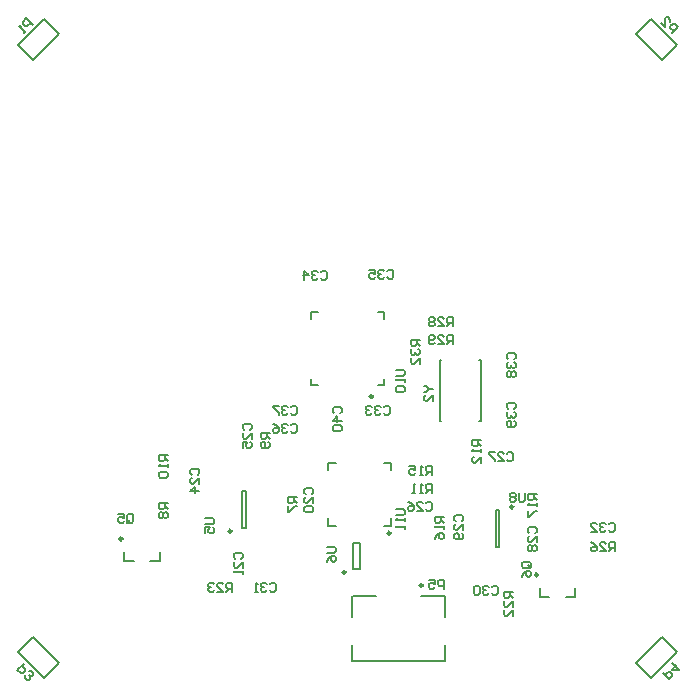
<source format=gbo>
G04 Layer_Color=32896*
%FSLAX25Y25*%
%MOIN*%
G70*
G01*
G75*
%ADD37C,0.00800*%
%ADD82C,0.00984*%
%ADD83C,0.00787*%
%ADD84C,0.00500*%
D37*
X186500Y95612D02*
Y102728D01*
X186646Y81043D02*
X217354D01*
X186646Y102728D02*
X194500D01*
X209500D02*
X217354D01*
X186500Y81045D02*
Y86108D01*
X217500Y81045D02*
Y86108D01*
Y95612D02*
Y102728D01*
D82*
X109906Y121626D02*
G03*
X109906Y121626I-492J0D01*
G01*
X146268Y124216D02*
G03*
X146268Y124216I-492J0D01*
G01*
X184260Y110488D02*
G03*
X184260Y110488I-492J0D01*
G01*
X248406Y109626D02*
G03*
X248406Y109626I-492J0D01*
G01*
X240216Y132283D02*
G03*
X240216Y132283I-492J0D01*
G01*
X209992Y106092D02*
G03*
X209992Y106092I-492J0D01*
G01*
X193366Y169055D02*
G03*
X193366Y169055I-492J0D01*
G01*
X199335Y123508D02*
G03*
X199335Y123508I-492J0D01*
G01*
D83*
X80232Y88779D02*
X88779Y80232D01*
X75221Y83768D02*
X80232Y88779D01*
X75221Y83768D02*
X83768Y75221D01*
X88779Y80232D01*
X281221D02*
X289768Y88779D01*
X281221Y80232D02*
X286232Y75221D01*
X294779Y83768D01*
X289768Y88779D02*
X294779Y83768D01*
X281221Y289768D02*
X289768Y281221D01*
X294779Y286232D01*
X286232Y294779D02*
X294779Y286232D01*
X281221Y289768D02*
X286232Y294779D01*
X80232Y281221D02*
X88779Y289768D01*
X83768Y294779D02*
X88779Y289768D01*
X75221Y286232D02*
X83768Y294779D01*
X75221Y286232D02*
X80232Y281221D01*
X110594Y114244D02*
Y117394D01*
Y114244D02*
X113744D01*
X122406D02*
Y117394D01*
X119256Y114244D02*
X122406D01*
X149909Y125398D02*
X151091D01*
X149909Y137602D02*
X151091D01*
X149909Y125398D02*
Y137602D01*
X151091Y125398D02*
Y137602D01*
X189181Y111669D02*
Y120331D01*
X186819Y111669D02*
Y120331D01*
X189181D01*
X186819Y111669D02*
X189181D01*
X249095Y102244D02*
Y105394D01*
Y102244D02*
X252244D01*
X260906D02*
Y105394D01*
X257756Y102244D02*
X260906D01*
X234409Y131102D02*
X235591D01*
X234409Y118898D02*
X235591D01*
Y131102D01*
X234409Y118898D02*
Y131102D01*
X215610Y160764D02*
Y181236D01*
X229390Y160764D02*
Y181236D01*
X215610D02*
X216201D01*
X215610Y160764D02*
X216201D01*
X228799Y181236D02*
X229390D01*
X228799Y160764D02*
X229390D01*
X195039Y172795D02*
X197205D01*
Y174961D01*
X172795Y172795D02*
X174961D01*
X172795D02*
Y174961D01*
Y197205D02*
X174961D01*
X172795Y195039D02*
Y197205D01*
X195039D02*
X197205D01*
Y195039D02*
Y197205D01*
X178567Y126067D02*
Y128528D01*
Y126067D02*
X181028D01*
X178567Y144472D02*
Y146933D01*
X181028D01*
X196972D02*
X199433D01*
Y144472D02*
Y146933D01*
Y126067D02*
Y128528D01*
X196972Y126067D02*
X199433D01*
D84*
X201001Y131500D02*
X203500D01*
X204000Y131000D01*
Y130000D01*
X203500Y129501D01*
X201001D01*
X204000Y128501D02*
Y127501D01*
Y128001D01*
X201001D01*
X201501Y128501D01*
X204000Y126002D02*
Y125002D01*
Y125502D01*
X201001D01*
X201501Y126002D01*
X201001Y178000D02*
X203500D01*
X204000Y177500D01*
Y176500D01*
X203500Y176001D01*
X201001D01*
X204000Y175001D02*
Y174001D01*
Y174501D01*
X201001D01*
X201501Y175001D01*
Y172502D02*
X201001Y172002D01*
Y171002D01*
X201501Y170502D01*
X203500D01*
X204000Y171002D01*
Y172002D01*
X203500Y172502D01*
X201501D01*
X244000Y136999D02*
Y134500D01*
X243500Y134000D01*
X242500D01*
X242001Y134500D01*
Y136999D01*
X241001Y136499D02*
X240501Y136999D01*
X239502D01*
X239002Y136499D01*
Y135999D01*
X239502Y135500D01*
X239002Y135000D01*
Y134500D01*
X239502Y134000D01*
X240501D01*
X241001Y134500D01*
Y135000D01*
X240501Y135500D01*
X241001Y135999D01*
Y136499D01*
X240501Y135500D02*
X239502D01*
X178001Y119000D02*
X180500D01*
X181000Y118500D01*
Y117500D01*
X180500Y117001D01*
X178001D01*
Y114002D02*
X178501Y115001D01*
X179500Y116001D01*
X180500D01*
X181000Y115501D01*
Y114501D01*
X180500Y114002D01*
X180000D01*
X179500Y114501D01*
Y116001D01*
X137501Y128500D02*
X140000D01*
X140500Y128000D01*
Y127000D01*
X140000Y126501D01*
X137501D01*
Y123502D02*
Y125501D01*
X139000D01*
X138501Y124501D01*
Y124001D01*
X139000Y123502D01*
X140000D01*
X140500Y124001D01*
Y125001D01*
X140000Y125501D01*
X209000Y188000D02*
X206001D01*
Y186501D01*
X206501Y186001D01*
X207501D01*
X208000Y186501D01*
Y188000D01*
Y187000D02*
X209000Y186001D01*
X206501Y185001D02*
X206001Y184501D01*
Y183501D01*
X206501Y183002D01*
X207001D01*
X207501Y183501D01*
Y184001D01*
Y183501D01*
X208000Y183002D01*
X208500D01*
X209000Y183501D01*
Y184501D01*
X208500Y185001D01*
X209000Y180003D02*
Y182002D01*
X207001Y180003D01*
X206501D01*
X206001Y180502D01*
Y181502D01*
X206501Y182002D01*
X220000Y186500D02*
Y189499D01*
X218500D01*
X218001Y188999D01*
Y187999D01*
X218500Y187500D01*
X220000D01*
X219000D02*
X218001Y186500D01*
X215002D02*
X217001D01*
X215002Y188499D01*
Y188999D01*
X215501Y189499D01*
X216501D01*
X217001Y188999D01*
X214002Y187000D02*
X213502Y186500D01*
X212502D01*
X212003Y187000D01*
Y188999D01*
X212502Y189499D01*
X213502D01*
X214002Y188999D01*
Y188499D01*
X213502Y187999D01*
X212003D01*
X220000Y192500D02*
Y195499D01*
X218500D01*
X218001Y194999D01*
Y194000D01*
X218500Y193500D01*
X220000D01*
X219000D02*
X218001Y192500D01*
X215002D02*
X217001D01*
X215002Y194499D01*
Y194999D01*
X215501Y195499D01*
X216501D01*
X217001Y194999D01*
X214002D02*
X213502Y195499D01*
X212502D01*
X212003Y194999D01*
Y194499D01*
X212502Y194000D01*
X212003Y193500D01*
Y193000D01*
X212502Y192500D01*
X213502D01*
X214002Y193000D01*
Y193500D01*
X213502Y194000D01*
X214002Y194499D01*
Y194999D01*
X213502Y194000D02*
X212502D01*
X274000Y117500D02*
Y120499D01*
X272500D01*
X272001Y119999D01*
Y119000D01*
X272500Y118500D01*
X274000D01*
X273000D02*
X272001Y117500D01*
X269002D02*
X271001D01*
X269002Y119499D01*
Y119999D01*
X269501Y120499D01*
X270501D01*
X271001Y119999D01*
X266003Y120499D02*
X267002Y119999D01*
X268002Y119000D01*
Y118000D01*
X267502Y117500D01*
X266502D01*
X266003Y118000D01*
Y118500D01*
X266502Y119000D01*
X268002D01*
X146500Y104000D02*
Y106999D01*
X145001D01*
X144501Y106499D01*
Y105499D01*
X145001Y105000D01*
X146500D01*
X145500D02*
X144501Y104000D01*
X141502D02*
X143501D01*
X141502Y105999D01*
Y106499D01*
X142001Y106999D01*
X143001D01*
X143501Y106499D01*
X140502D02*
X140002Y106999D01*
X139002D01*
X138503Y106499D01*
Y105999D01*
X139002Y105499D01*
X139502D01*
X139002D01*
X138503Y105000D01*
Y104500D01*
X139002Y104000D01*
X140002D01*
X140502Y104500D01*
X240000Y104000D02*
X237001D01*
Y102500D01*
X237501Y102001D01*
X238500D01*
X239000Y102500D01*
Y104000D01*
Y103000D02*
X240000Y102001D01*
Y99002D02*
Y101001D01*
X238001Y99002D01*
X237501D01*
X237001Y99501D01*
Y100501D01*
X237501Y101001D01*
X240000Y96003D02*
Y98002D01*
X238001Y96003D01*
X237501D01*
X237001Y96502D01*
Y97502D01*
X237501Y98002D01*
X248000Y136500D02*
X245001D01*
Y135001D01*
X245501Y134501D01*
X246500D01*
X247000Y135001D01*
Y136500D01*
Y135500D02*
X248000Y134501D01*
Y133501D02*
Y132501D01*
Y133001D01*
X245001D01*
X245501Y133501D01*
X245001Y131002D02*
Y129002D01*
X245501D01*
X247500Y131002D01*
X248000D01*
X217000Y129000D02*
X214001D01*
Y127500D01*
X214501Y127001D01*
X215500D01*
X216000Y127500D01*
Y129000D01*
Y128000D02*
X217000Y127001D01*
Y126001D02*
Y125001D01*
Y125501D01*
X214001D01*
X214501Y126001D01*
X214001Y121502D02*
X214501Y122502D01*
X215500Y123502D01*
X216500D01*
X217000Y123002D01*
Y122002D01*
X216500Y121502D01*
X216000D01*
X215500Y122002D01*
Y123502D01*
X213000Y143000D02*
Y145999D01*
X211501D01*
X211001Y145499D01*
Y144500D01*
X211501Y144000D01*
X213000D01*
X212000D02*
X211001Y143000D01*
X210001D02*
X209001D01*
X209501D01*
Y145999D01*
X210001Y145499D01*
X205502Y145999D02*
X207502D01*
Y144500D01*
X206502Y144999D01*
X206002D01*
X205502Y144500D01*
Y143500D01*
X206002Y143000D01*
X207002D01*
X207502Y143500D01*
X229500Y154500D02*
X226501D01*
Y153000D01*
X227001Y152501D01*
X228000D01*
X228500Y153000D01*
Y154500D01*
Y153500D02*
X229500Y152501D01*
Y151501D02*
Y150501D01*
Y151001D01*
X226501D01*
X227001Y151501D01*
X229500Y147002D02*
Y149002D01*
X227501Y147002D01*
X227001D01*
X226501Y147502D01*
Y148502D01*
X227001Y149002D01*
X213000Y137000D02*
Y139999D01*
X211501D01*
X211001Y139499D01*
Y138499D01*
X211501Y138000D01*
X213000D01*
X212000D02*
X211001Y137000D01*
X210001D02*
X209001D01*
X209501D01*
Y139999D01*
X210001Y139499D01*
X207502Y137000D02*
X206502D01*
X207002D01*
Y139999D01*
X207502Y139499D01*
X125000Y149500D02*
X122001D01*
Y148001D01*
X122501Y147501D01*
X123501D01*
X124000Y148001D01*
Y149500D01*
Y148500D02*
X125000Y147501D01*
Y146501D02*
Y145501D01*
Y146001D01*
X122001D01*
X122501Y146501D01*
Y144002D02*
X122001Y143502D01*
Y142502D01*
X122501Y142002D01*
X124500D01*
X125000Y142502D01*
Y143502D01*
X124500Y144002D01*
X122501D01*
X159000Y157000D02*
X156001D01*
Y155500D01*
X156501Y155001D01*
X157501D01*
X158000Y155500D01*
Y157000D01*
Y156000D02*
X159000Y155001D01*
X158500Y154001D02*
X159000Y153501D01*
Y152501D01*
X158500Y152002D01*
X156501D01*
X156001Y152501D01*
Y153501D01*
X156501Y154001D01*
X157001D01*
X157501Y153501D01*
Y152002D01*
X125000Y133500D02*
X122001D01*
Y132001D01*
X122501Y131501D01*
X123501D01*
X124000Y132001D01*
Y133500D01*
Y132500D02*
X125000Y131501D01*
X122501Y130501D02*
X122001Y130001D01*
Y129001D01*
X122501Y128502D01*
X123001D01*
X123501Y129001D01*
X124000Y128502D01*
X124500D01*
X125000Y129001D01*
Y130001D01*
X124500Y130501D01*
X124000D01*
X123501Y130001D01*
X123001Y130501D01*
X122501D01*
X123501Y130001D02*
Y129001D01*
X168000Y135500D02*
X165001D01*
Y134001D01*
X165501Y133501D01*
X166500D01*
X167000Y134001D01*
Y135500D01*
Y134500D02*
X168000Y133501D01*
X165001Y132501D02*
Y130502D01*
X165501D01*
X167500Y132501D01*
X168000D01*
X245500Y112001D02*
X243501D01*
X243001Y112501D01*
Y113500D01*
X243501Y114000D01*
X245500D01*
X246000Y113500D01*
Y112501D01*
X245000Y113000D02*
X246000Y112001D01*
Y112501D02*
X245500Y112001D01*
X243001Y109002D02*
X243501Y110001D01*
X244500Y111001D01*
X245500D01*
X246000Y110501D01*
Y109501D01*
X245500Y109002D01*
X245000D01*
X244500Y109501D01*
Y111001D01*
X111501Y127500D02*
Y129499D01*
X112001Y129999D01*
X113000D01*
X113500Y129499D01*
Y127500D01*
X113000Y127000D01*
X112001D01*
X112500Y128000D02*
X111501Y127000D01*
X112001D02*
X111501Y127500D01*
X108502Y129999D02*
X110501D01*
Y128499D01*
X109501Y128999D01*
X109001D01*
X108502Y128499D01*
Y127500D01*
X109001Y127000D01*
X110001D01*
X110501Y127500D01*
X217022Y105000D02*
Y107999D01*
X215523D01*
X215023Y107499D01*
Y106500D01*
X215523Y106000D01*
X217022D01*
X212024Y107999D02*
X214023D01*
Y106500D01*
X213024Y106999D01*
X212524D01*
X212024Y106500D01*
Y105500D01*
X212524Y105000D01*
X213524D01*
X214023Y105500D01*
X290000Y77000D02*
X292121Y74879D01*
X293181Y75940D01*
X293181Y76647D01*
X292474Y77353D01*
X291767Y77353D01*
X290707Y76293D01*
X293181Y80181D02*
X295302Y78060D01*
X293181Y78060D01*
X294595Y79474D01*
X77000Y80000D02*
X74879Y77879D01*
X75940Y76819D01*
X76647Y76819D01*
X77353Y77526D01*
X77353Y78233D01*
X76293Y79293D01*
X77353Y76112D02*
Y75405D01*
X78060Y74698D01*
X78767Y74698D01*
X79121Y75052D01*
Y75759D01*
X78767Y76112D01*
X79121Y75759D01*
X79827Y75759D01*
X80181Y76112D01*
X80181Y76819D01*
X79474Y77526D01*
X78767D01*
X292950Y290121D02*
X295070Y292242D01*
X294010Y293302D01*
X293303Y293302D01*
X292596Y292595D01*
X292596Y291888D01*
X293657Y290828D01*
X289415Y293656D02*
X290829Y292242D01*
Y295070D01*
X291183Y295423D01*
X291889Y295423D01*
X292596Y294716D01*
Y294009D01*
X80000Y293000D02*
X77879Y295121D01*
X76819Y294060D01*
X76819Y293353D01*
X77526Y292647D01*
X78233Y292647D01*
X79293Y293707D01*
X77879Y290879D02*
X77172Y290173D01*
X77526Y290526D01*
X75405Y292647D01*
X76112D01*
X238501Y165001D02*
X238001Y165500D01*
Y166500D01*
X238501Y167000D01*
X240500D01*
X241000Y166500D01*
Y165500D01*
X240500Y165001D01*
X238501Y164001D02*
X238001Y163501D01*
Y162501D01*
X238501Y162002D01*
X239001D01*
X239500Y162501D01*
Y163001D01*
Y162501D01*
X240000Y162002D01*
X240500D01*
X241000Y162501D01*
Y163501D01*
X240500Y164001D01*
Y161002D02*
X241000Y160502D01*
Y159502D01*
X240500Y159003D01*
X238501D01*
X238001Y159502D01*
Y160502D01*
X238501Y161002D01*
X239001D01*
X239500Y160502D01*
Y159003D01*
X238501Y181501D02*
X238001Y182001D01*
Y183000D01*
X238501Y183500D01*
X240500D01*
X241000Y183000D01*
Y182001D01*
X240500Y181501D01*
X238501Y180501D02*
X238001Y180001D01*
Y179001D01*
X238501Y178502D01*
X239001D01*
X239500Y179001D01*
Y179501D01*
Y179001D01*
X240000Y178502D01*
X240500D01*
X241000Y179001D01*
Y180001D01*
X240500Y180501D01*
X238501Y177502D02*
X238001Y177002D01*
Y176002D01*
X238501Y175503D01*
X239001D01*
X239500Y176002D01*
X240000Y175503D01*
X240500D01*
X241000Y176002D01*
Y177002D01*
X240500Y177502D01*
X240000D01*
X239500Y177002D01*
X239001Y177502D01*
X238501D01*
X239500Y177002D02*
Y176002D01*
X166001Y165499D02*
X166500Y165999D01*
X167500D01*
X168000Y165499D01*
Y163500D01*
X167500Y163000D01*
X166500D01*
X166001Y163500D01*
X165001Y165499D02*
X164501Y165999D01*
X163501D01*
X163002Y165499D01*
Y164999D01*
X163501Y164499D01*
X164001D01*
X163501D01*
X163002Y164000D01*
Y163500D01*
X163501Y163000D01*
X164501D01*
X165001Y163500D01*
X162002Y165999D02*
X160003D01*
Y165499D01*
X162002Y163500D01*
Y163000D01*
X166001Y159499D02*
X166500Y159999D01*
X167500D01*
X168000Y159499D01*
Y157500D01*
X167500Y157000D01*
X166500D01*
X166001Y157500D01*
X165001Y159499D02*
X164501Y159999D01*
X163501D01*
X163002Y159499D01*
Y158999D01*
X163501Y158500D01*
X164001D01*
X163501D01*
X163002Y158000D01*
Y157500D01*
X163501Y157000D01*
X164501D01*
X165001Y157500D01*
X160003Y159999D02*
X161002Y159499D01*
X162002Y158500D01*
Y157500D01*
X161502Y157000D01*
X160502D01*
X160003Y157500D01*
Y158000D01*
X160502Y158500D01*
X162002D01*
X198205Y210790D02*
X198705Y211290D01*
X199704D01*
X200204Y210790D01*
Y208791D01*
X199704Y208291D01*
X198705D01*
X198205Y208791D01*
X197205Y210790D02*
X196705Y211290D01*
X195706D01*
X195206Y210790D01*
Y210291D01*
X195706Y209791D01*
X196205D01*
X195706D01*
X195206Y209291D01*
Y208791D01*
X195706Y208291D01*
X196705D01*
X197205Y208791D01*
X192207Y211290D02*
X194206D01*
Y209791D01*
X193206Y210291D01*
X192707D01*
X192207Y209791D01*
Y208791D01*
X192707Y208291D01*
X193706D01*
X194206Y208791D01*
X176001Y210499D02*
X176500Y210999D01*
X177500D01*
X178000Y210499D01*
Y208500D01*
X177500Y208000D01*
X176500D01*
X176001Y208500D01*
X175001Y210499D02*
X174501Y210999D01*
X173501D01*
X173002Y210499D01*
Y209999D01*
X173501Y209500D01*
X174001D01*
X173501D01*
X173002Y209000D01*
Y208500D01*
X173501Y208000D01*
X174501D01*
X175001Y208500D01*
X170502Y208000D02*
Y210999D01*
X172002Y209500D01*
X170003D01*
X197001Y165499D02*
X197501Y165999D01*
X198500D01*
X199000Y165499D01*
Y163500D01*
X198500Y163000D01*
X197501D01*
X197001Y163500D01*
X196001Y165499D02*
X195501Y165999D01*
X194501D01*
X194002Y165499D01*
Y164999D01*
X194501Y164499D01*
X195001D01*
X194501D01*
X194002Y164000D01*
Y163500D01*
X194501Y163000D01*
X195501D01*
X196001Y163500D01*
X193002Y165499D02*
X192502Y165999D01*
X191502D01*
X191003Y165499D01*
Y164999D01*
X191502Y164499D01*
X192002D01*
X191502D01*
X191003Y164000D01*
Y163500D01*
X191502Y163000D01*
X192502D01*
X193002Y163500D01*
X272001Y126499D02*
X272500Y126999D01*
X273500D01*
X274000Y126499D01*
Y124500D01*
X273500Y124000D01*
X272500D01*
X272001Y124500D01*
X271001Y126499D02*
X270501Y126999D01*
X269501D01*
X269002Y126499D01*
Y125999D01*
X269501Y125499D01*
X270001D01*
X269501D01*
X269002Y125000D01*
Y124500D01*
X269501Y124000D01*
X270501D01*
X271001Y124500D01*
X266003Y124000D02*
X268002D01*
X266003Y125999D01*
Y126499D01*
X266502Y126999D01*
X267502D01*
X268002Y126499D01*
X159001Y106499D02*
X159501Y106999D01*
X160500D01*
X161000Y106499D01*
Y104500D01*
X160500Y104000D01*
X159501D01*
X159001Y104500D01*
X158001Y106499D02*
X157501Y106999D01*
X156501D01*
X156002Y106499D01*
Y105999D01*
X156501Y105499D01*
X157001D01*
X156501D01*
X156002Y105000D01*
Y104500D01*
X156501Y104000D01*
X157501D01*
X158001Y104500D01*
X155002Y104000D02*
X154002D01*
X154502D01*
Y106999D01*
X155002Y106499D01*
X233001Y105499D02*
X233501Y105999D01*
X234500D01*
X235000Y105499D01*
Y103500D01*
X234500Y103000D01*
X233501D01*
X233001Y103500D01*
X232001Y105499D02*
X231501Y105999D01*
X230502D01*
X230002Y105499D01*
Y104999D01*
X230502Y104499D01*
X231001D01*
X230502D01*
X230002Y104000D01*
Y103500D01*
X230502Y103000D01*
X231501D01*
X232001Y103500D01*
X229002Y105499D02*
X228502Y105999D01*
X227502D01*
X227003Y105499D01*
Y103500D01*
X227502Y103000D01*
X228502D01*
X229002Y103500D01*
Y105499D01*
X221001Y127501D02*
X220501Y128000D01*
Y129000D01*
X221001Y129500D01*
X223000D01*
X223500Y129000D01*
Y128000D01*
X223000Y127501D01*
X223500Y124502D02*
Y126501D01*
X221501Y124502D01*
X221001D01*
X220501Y125001D01*
Y126001D01*
X221001Y126501D01*
X223000Y123502D02*
X223500Y123002D01*
Y122002D01*
X223000Y121503D01*
X221001D01*
X220501Y122002D01*
Y123002D01*
X221001Y123502D01*
X221501D01*
X222001Y123002D01*
Y121503D01*
X245501Y123501D02*
X245001Y124001D01*
Y125000D01*
X245501Y125500D01*
X247500D01*
X248000Y125000D01*
Y124001D01*
X247500Y123501D01*
X248000Y120502D02*
Y122501D01*
X246001Y120502D01*
X245501D01*
X245001Y121001D01*
Y122001D01*
X245501Y122501D01*
Y119502D02*
X245001Y119002D01*
Y118002D01*
X245501Y117503D01*
X246001D01*
X246500Y118002D01*
X247000Y117503D01*
X247500D01*
X248000Y118002D01*
Y119002D01*
X247500Y119502D01*
X247000D01*
X246500Y119002D01*
X246001Y119502D01*
X245501D01*
X246500Y119002D02*
Y118002D01*
X238001Y149999D02*
X238500Y150499D01*
X239500D01*
X240000Y149999D01*
Y148000D01*
X239500Y147500D01*
X238500D01*
X238001Y148000D01*
X235002Y147500D02*
X237001D01*
X235002Y149499D01*
Y149999D01*
X235502Y150499D01*
X236501D01*
X237001Y149999D01*
X234002Y150499D02*
X232003D01*
Y149999D01*
X234002Y148000D01*
Y147500D01*
X211001Y133499D02*
X211501Y133999D01*
X212500D01*
X213000Y133499D01*
Y131500D01*
X212500Y131000D01*
X211501D01*
X211001Y131500D01*
X208002Y131000D02*
X210001D01*
X208002Y132999D01*
Y133499D01*
X208502Y133999D01*
X209501D01*
X210001Y133499D01*
X205003Y133999D02*
X206002Y133499D01*
X207002Y132500D01*
Y131500D01*
X206502Y131000D01*
X205502D01*
X205003Y131500D01*
Y132000D01*
X205502Y132500D01*
X207002D01*
X150501Y158001D02*
X150001Y158501D01*
Y159500D01*
X150501Y160000D01*
X152500D01*
X153000Y159500D01*
Y158501D01*
X152500Y158001D01*
X153000Y155002D02*
Y157001D01*
X151001Y155002D01*
X150501D01*
X150001Y155501D01*
Y156501D01*
X150501Y157001D01*
X150001Y152003D02*
Y154002D01*
X151500D01*
X151001Y153002D01*
Y152502D01*
X151500Y152003D01*
X152500D01*
X153000Y152502D01*
Y153502D01*
X152500Y154002D01*
X133001Y143001D02*
X132501Y143500D01*
Y144500D01*
X133001Y145000D01*
X135000D01*
X135500Y144500D01*
Y143500D01*
X135000Y143001D01*
X135500Y140002D02*
Y142001D01*
X133501Y140002D01*
X133001D01*
X132501Y140501D01*
Y141501D01*
X133001Y142001D01*
X135500Y137502D02*
X132501D01*
X134001Y139002D01*
Y137003D01*
X147501Y115001D02*
X147001Y115500D01*
Y116500D01*
X147501Y117000D01*
X149500D01*
X150000Y116500D01*
Y115500D01*
X149500Y115001D01*
X150000Y112002D02*
Y114001D01*
X148001Y112002D01*
X147501D01*
X147001Y112501D01*
Y113501D01*
X147501Y114001D01*
X150000Y111002D02*
Y110002D01*
Y110502D01*
X147001D01*
X147501Y111002D01*
X171001Y136501D02*
X170501Y137001D01*
Y138000D01*
X171001Y138500D01*
X173000D01*
X173500Y138000D01*
Y137001D01*
X173000Y136501D01*
X173500Y133502D02*
Y135501D01*
X171501Y133502D01*
X171001D01*
X170501Y134001D01*
Y135001D01*
X171001Y135501D01*
Y132502D02*
X170501Y132002D01*
Y131002D01*
X171001Y130503D01*
X173000D01*
X173500Y131002D01*
Y132002D01*
X173000Y132502D01*
X171001D01*
X210501Y172500D02*
X211001D01*
X212000Y171500D01*
X211001Y170501D01*
X210501D01*
X212000Y171500D02*
X213500D01*
Y167502D02*
Y169501D01*
X211501Y167502D01*
X211001D01*
X210501Y168001D01*
Y169001D01*
X211001Y169501D01*
X180501Y163501D02*
X180001Y164000D01*
Y165000D01*
X180501Y165500D01*
X182500D01*
X183000Y165000D01*
Y164000D01*
X182500Y163501D01*
X183000Y161001D02*
X180001D01*
X181500Y162501D01*
Y160502D01*
X180501Y159502D02*
X180001Y159002D01*
Y158002D01*
X180501Y157503D01*
X182500D01*
X183000Y158002D01*
Y159002D01*
X182500Y159502D01*
X180501D01*
M02*

</source>
